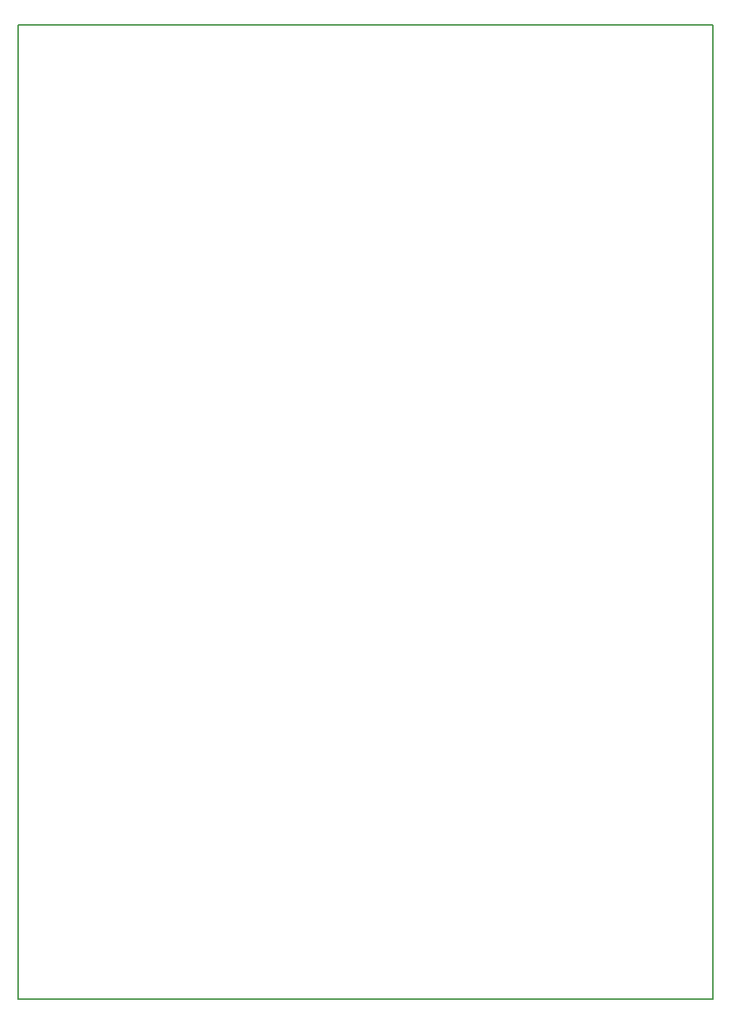
<source format=gbr>
G04 #@! TF.GenerationSoftware,KiCad,Pcbnew,(7.0.0-0)*
G04 #@! TF.CreationDate,2023-03-28T21:35:28-07:00*
G04 #@! TF.ProjectId,Kit-Trig-Sampler,4b69742d-5472-4696-972d-53616d706c65,rev?*
G04 #@! TF.SameCoordinates,PXb745f8PY7402318*
G04 #@! TF.FileFunction,Profile,NP*
%FSLAX46Y46*%
G04 Gerber Fmt 4.6, Leading zero omitted, Abs format (unit mm)*
G04 Created by KiCad (PCBNEW (7.0.0-0)) date 2023-03-28 21:35:28*
%MOMM*%
%LPD*%
G01*
G04 APERTURE LIST*
G04 #@! TA.AperFunction,Profile*
%ADD10C,0.150000*%
G04 #@! TD*
G04 APERTURE END LIST*
D10*
X77978000Y0D02*
X77978000Y109220000D01*
X0Y0D02*
X77978000Y0D01*
X0Y109220000D02*
X77978000Y109220000D01*
X0Y0D02*
X0Y109220000D01*
M02*

</source>
